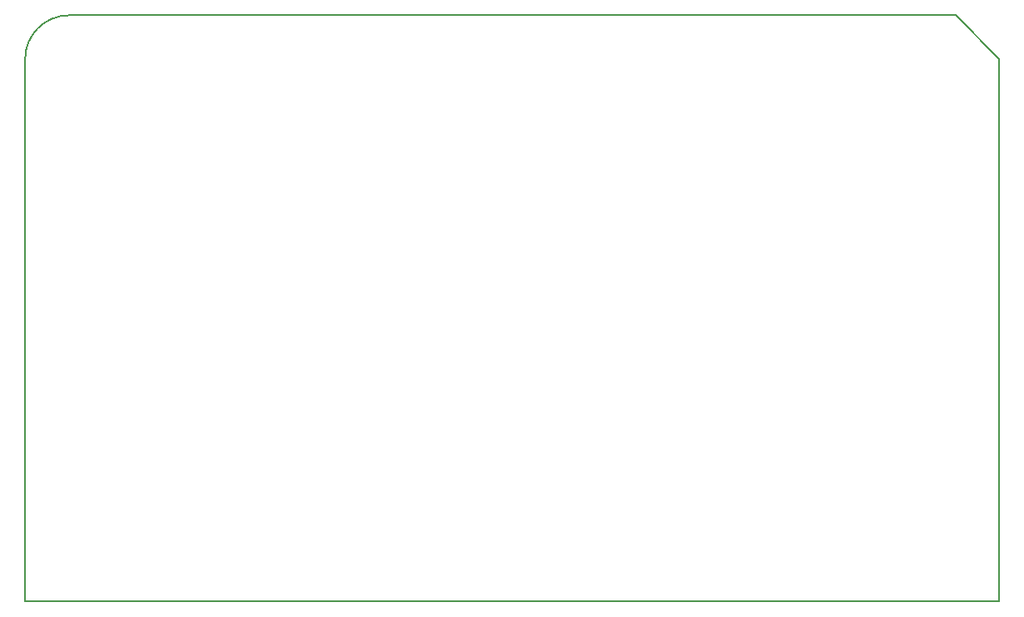
<source format=gm1>
G04 #@! TF.FileFunction,Profile,NP*
%FSLAX46Y46*%
G04 Gerber Fmt 4.6, Leading zero omitted, Abs format (unit mm)*
G04 Created by KiCad (PCBNEW 4.0.7) date 09/25/19 15:54:21*
%MOMM*%
%LPD*%
G01*
G04 APERTURE LIST*
%ADD10C,0.100000*%
%ADD11C,0.150000*%
G04 APERTURE END LIST*
D10*
D11*
X95250000Y-148590000D02*
X95250000Y-93345000D01*
X194310000Y-93345000D02*
X194310000Y-148590000D01*
X189865000Y-88900000D02*
X99695000Y-88900000D01*
X194310000Y-93345000D02*
X189865000Y-88900000D01*
X194310000Y-148590000D02*
X95250000Y-148590000D01*
X99695000Y-88900000D02*
G75*
G03X95250000Y-93345000I0J-4445000D01*
G01*
M02*

</source>
